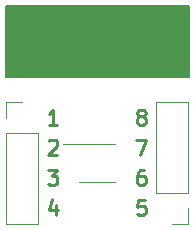
<source format=gbr>
%TF.GenerationSoftware,KiCad,Pcbnew,5.1.7-a382d34a8~87~ubuntu20.04.1*%
%TF.CreationDate,2020-11-06T18:29:06+02:00*%
%TF.ProjectId,BRK-MSOP-8-3x3-P0.65,42524b2d-4d53-44f5-902d-382d3378332d,v1.0*%
%TF.SameCoordinates,Original*%
%TF.FileFunction,Legend,Top*%
%TF.FilePolarity,Positive*%
%FSLAX46Y46*%
G04 Gerber Fmt 4.6, Leading zero omitted, Abs format (unit mm)*
G04 Created by KiCad (PCBNEW 5.1.7-a382d34a8~87~ubuntu20.04.1) date 2020-11-06 18:29:06*
%MOMM*%
%LPD*%
G01*
G04 APERTURE LIST*
%ADD10C,0.250000*%
%ADD11C,0.150000*%
%ADD12C,0.120000*%
G04 APERTURE END LIST*
D10*
X103614642Y-96035238D02*
X103490833Y-95973333D01*
X103428928Y-95911428D01*
X103367023Y-95787619D01*
X103367023Y-95725714D01*
X103428928Y-95601904D01*
X103490833Y-95540000D01*
X103614642Y-95478095D01*
X103862261Y-95478095D01*
X103986071Y-95540000D01*
X104047976Y-95601904D01*
X104109880Y-95725714D01*
X104109880Y-95787619D01*
X104047976Y-95911428D01*
X103986071Y-95973333D01*
X103862261Y-96035238D01*
X103614642Y-96035238D01*
X103490833Y-96097142D01*
X103428928Y-96159047D01*
X103367023Y-96282857D01*
X103367023Y-96530476D01*
X103428928Y-96654285D01*
X103490833Y-96716190D01*
X103614642Y-96778095D01*
X103862261Y-96778095D01*
X103986071Y-96716190D01*
X104047976Y-96654285D01*
X104109880Y-96530476D01*
X104109880Y-96282857D01*
X104047976Y-96159047D01*
X103986071Y-96097142D01*
X103862261Y-96035238D01*
X103305119Y-98018095D02*
X104171785Y-98018095D01*
X103614642Y-99318095D01*
X103986071Y-100558095D02*
X103738452Y-100558095D01*
X103614642Y-100620000D01*
X103552738Y-100681904D01*
X103428928Y-100867619D01*
X103367023Y-101115238D01*
X103367023Y-101610476D01*
X103428928Y-101734285D01*
X103490833Y-101796190D01*
X103614642Y-101858095D01*
X103862261Y-101858095D01*
X103986071Y-101796190D01*
X104047976Y-101734285D01*
X104109880Y-101610476D01*
X104109880Y-101300952D01*
X104047976Y-101177142D01*
X103986071Y-101115238D01*
X103862261Y-101053333D01*
X103614642Y-101053333D01*
X103490833Y-101115238D01*
X103428928Y-101177142D01*
X103367023Y-101300952D01*
X104047976Y-103098095D02*
X103428928Y-103098095D01*
X103367023Y-103717142D01*
X103428928Y-103655238D01*
X103552738Y-103593333D01*
X103862261Y-103593333D01*
X103986071Y-103655238D01*
X104047976Y-103717142D01*
X104109880Y-103840952D01*
X104109880Y-104150476D01*
X104047976Y-104274285D01*
X103986071Y-104336190D01*
X103862261Y-104398095D01*
X103552738Y-104398095D01*
X103428928Y-104336190D01*
X103367023Y-104274285D01*
X96509166Y-103531428D02*
X96509166Y-104398095D01*
X96199642Y-103036190D02*
X95890119Y-103964761D01*
X96694880Y-103964761D01*
X95828214Y-100558095D02*
X96632976Y-100558095D01*
X96199642Y-101053333D01*
X96385357Y-101053333D01*
X96509166Y-101115238D01*
X96571071Y-101177142D01*
X96632976Y-101300952D01*
X96632976Y-101610476D01*
X96571071Y-101734285D01*
X96509166Y-101796190D01*
X96385357Y-101858095D01*
X96013928Y-101858095D01*
X95890119Y-101796190D01*
X95828214Y-101734285D01*
X95890119Y-98141904D02*
X95952023Y-98080000D01*
X96075833Y-98018095D01*
X96385357Y-98018095D01*
X96509166Y-98080000D01*
X96571071Y-98141904D01*
X96632976Y-98265714D01*
X96632976Y-98389523D01*
X96571071Y-98575238D01*
X95828214Y-99318095D01*
X96632976Y-99318095D01*
X96632976Y-96778095D02*
X95890119Y-96778095D01*
X96261547Y-96778095D02*
X96261547Y-95478095D01*
X96137738Y-95663809D01*
X96013928Y-95787619D01*
X95890119Y-95849523D01*
D11*
G36*
X107750000Y-92700000D02*
G01*
X92250000Y-92700000D01*
X92250000Y-86700000D01*
X107750000Y-86700000D01*
X107750000Y-92700000D01*
G37*
X107750000Y-92700000D02*
X92250000Y-92700000D01*
X92250000Y-86700000D01*
X107750000Y-86700000D01*
X107750000Y-92700000D01*
D12*
%TO.C,J2*%
X107680000Y-94860000D02*
X105020000Y-94860000D01*
X107680000Y-102540000D02*
X107680000Y-94860000D01*
X105020000Y-102540000D02*
X105020000Y-94860000D01*
X107680000Y-102540000D02*
X105020000Y-102540000D01*
X107680000Y-103810000D02*
X107680000Y-105140000D01*
X107680000Y-105140000D02*
X106350000Y-105140000D01*
%TO.C,J1*%
X92320000Y-105140000D02*
X94980000Y-105140000D01*
X92320000Y-97460000D02*
X92320000Y-105140000D01*
X94980000Y-97460000D02*
X94980000Y-105140000D01*
X92320000Y-97460000D02*
X94980000Y-97460000D01*
X92320000Y-96190000D02*
X92320000Y-94860000D01*
X92320000Y-94860000D02*
X93650000Y-94860000D01*
%TO.C,U1*%
X100000000Y-101610000D02*
X101500000Y-101610000D01*
X100000000Y-101610000D02*
X98500000Y-101610000D01*
X100000000Y-98390000D02*
X101500000Y-98390000D01*
X100000000Y-98390000D02*
X97075000Y-98390000D01*
%TD*%
M02*

</source>
